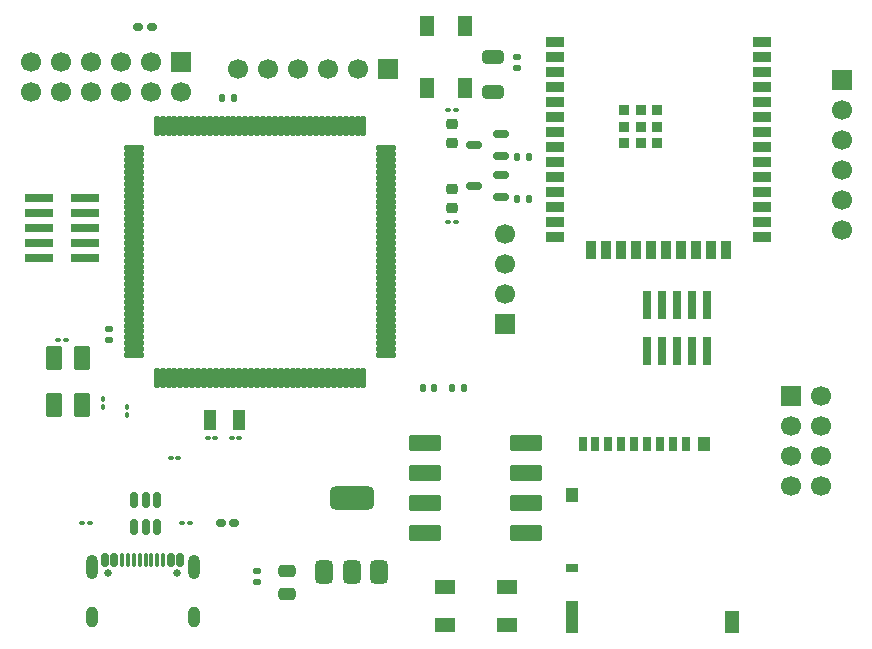
<source format=gbr>
%TF.GenerationSoftware,KiCad,Pcbnew,9.0.3*%
%TF.CreationDate,2025-07-12T13:39:52+12:00*%
%TF.ProjectId,RemiRAT,52656d69-5241-4542-9e6b-696361645f70,rev?*%
%TF.SameCoordinates,Original*%
%TF.FileFunction,Soldermask,Top*%
%TF.FilePolarity,Negative*%
%FSLAX46Y46*%
G04 Gerber Fmt 4.6, Leading zero omitted, Abs format (unit mm)*
G04 Created by KiCad (PCBNEW 9.0.3) date 2025-07-12 13:39:52*
%MOMM*%
%LPD*%
G01*
G04 APERTURE LIST*
G04 Aperture macros list*
%AMRoundRect*
0 Rectangle with rounded corners*
0 $1 Rounding radius*
0 $2 $3 $4 $5 $6 $7 $8 $9 X,Y pos of 4 corners*
0 Add a 4 corners polygon primitive as box body*
4,1,4,$2,$3,$4,$5,$6,$7,$8,$9,$2,$3,0*
0 Add four circle primitives for the rounded corners*
1,1,$1+$1,$2,$3*
1,1,$1+$1,$4,$5*
1,1,$1+$1,$6,$7*
1,1,$1+$1,$8,$9*
0 Add four rect primitives between the rounded corners*
20,1,$1+$1,$2,$3,$4,$5,0*
20,1,$1+$1,$4,$5,$6,$7,0*
20,1,$1+$1,$6,$7,$8,$9,0*
20,1,$1+$1,$8,$9,$2,$3,0*%
G04 Aperture macros list end*
%ADD10C,0.650000*%
%ADD11RoundRect,0.150000X-0.150000X-0.425000X0.150000X-0.425000X0.150000X0.425000X-0.150000X0.425000X0*%
%ADD12RoundRect,0.075000X-0.075000X-0.500000X0.075000X-0.500000X0.075000X0.500000X-0.075000X0.500000X0*%
%ADD13O,1.000000X2.100000*%
%ADD14O,1.000000X1.800000*%
%ADD15RoundRect,0.135000X-0.135000X-0.185000X0.135000X-0.185000X0.135000X0.185000X-0.135000X0.185000X0*%
%ADD16RoundRect,0.100000X0.130000X0.100000X-0.130000X0.100000X-0.130000X-0.100000X0.130000X-0.100000X0*%
%ADD17RoundRect,0.102000X-0.500000X0.775000X-0.500000X-0.775000X0.500000X-0.775000X0.500000X0.775000X0*%
%ADD18RoundRect,0.150000X0.512500X0.150000X-0.512500X0.150000X-0.512500X-0.150000X0.512500X-0.150000X0*%
%ADD19RoundRect,0.100000X-0.130000X-0.100000X0.130000X-0.100000X0.130000X0.100000X-0.130000X0.100000X0*%
%ADD20RoundRect,0.250000X-0.650000X0.325000X-0.650000X-0.325000X0.650000X-0.325000X0.650000X0.325000X0*%
%ADD21RoundRect,0.102000X-0.735000X-0.140000X0.735000X-0.140000X0.735000X0.140000X-0.735000X0.140000X0*%
%ADD22RoundRect,0.102000X-0.140000X-0.735000X0.140000X-0.735000X0.140000X0.735000X-0.140000X0.735000X0*%
%ADD23RoundRect,0.218750X-0.256250X0.218750X-0.256250X-0.218750X0.256250X-0.218750X0.256250X0.218750X0*%
%ADD24R,0.700000X1.200000*%
%ADD25R,1.000000X0.800000*%
%ADD26R,1.000000X1.200000*%
%ADD27R,1.000000X2.800000*%
%ADD28R,1.300000X1.900000*%
%ADD29RoundRect,0.375000X0.375000X-0.625000X0.375000X0.625000X-0.375000X0.625000X-0.375000X-0.625000X0*%
%ADD30RoundRect,0.500000X1.400000X-0.500000X1.400000X0.500000X-1.400000X0.500000X-1.400000X-0.500000X0*%
%ADD31RoundRect,0.140000X0.170000X-0.140000X0.170000X0.140000X-0.170000X0.140000X-0.170000X-0.140000X0*%
%ADD32RoundRect,0.140000X0.140000X0.170000X-0.140000X0.170000X-0.140000X-0.170000X0.140000X-0.170000X0*%
%ADD33RoundRect,0.218750X0.256250X-0.218750X0.256250X0.218750X-0.256250X0.218750X-0.256250X-0.218750X0*%
%ADD34RoundRect,0.102000X-0.600000X-0.900000X0.600000X-0.900000X0.600000X0.900000X-0.600000X0.900000X0*%
%ADD35R,1.700000X1.700000*%
%ADD36C,1.700000*%
%ADD37RoundRect,0.100000X0.100000X-0.130000X0.100000X0.130000X-0.100000X0.130000X-0.100000X-0.130000X0*%
%ADD38RoundRect,0.250000X-0.475000X0.250000X-0.475000X-0.250000X0.475000X-0.250000X0.475000X0.250000X0*%
%ADD39R,0.740000X2.400000*%
%ADD40RoundRect,0.102000X-1.220000X-0.565000X1.220000X-0.565000X1.220000X0.565000X-1.220000X0.565000X0*%
%ADD41R,1.498600X0.889000*%
%ADD42R,0.889000X1.498600*%
%ADD43R,0.889000X0.889000*%
%ADD44RoundRect,0.100000X-0.100000X0.130000X-0.100000X-0.130000X0.100000X-0.130000X0.100000X0.130000X0*%
%ADD45RoundRect,0.140000X-0.170000X0.140000X-0.170000X-0.140000X0.170000X-0.140000X0.170000X0.140000X0*%
%ADD46RoundRect,0.160000X-0.222500X-0.160000X0.222500X-0.160000X0.222500X0.160000X-0.222500X0.160000X0*%
%ADD47R,2.400000X0.740000*%
%ADD48RoundRect,0.102000X-0.775000X-0.500000X0.775000X-0.500000X0.775000X0.500000X-0.775000X0.500000X0*%
%ADD49RoundRect,0.160000X0.222500X0.160000X-0.222500X0.160000X-0.222500X-0.160000X0.222500X-0.160000X0*%
%ADD50RoundRect,0.135000X0.135000X0.185000X-0.135000X0.185000X-0.135000X-0.185000X0.135000X-0.185000X0*%
%ADD51R,1.000000X1.800000*%
%ADD52RoundRect,0.150000X0.150000X-0.512500X0.150000X0.512500X-0.150000X0.512500X-0.150000X-0.512500X0*%
G04 APERTURE END LIST*
D10*
%TO.C,J1*%
X125410000Y-114712500D03*
X131190000Y-114712500D03*
D11*
X125100000Y-113637500D03*
X125900000Y-113637500D03*
D12*
X127050000Y-113637500D03*
X128050000Y-113637500D03*
X128550000Y-113637500D03*
X129550000Y-113637500D03*
D11*
X130700000Y-113637500D03*
X131500000Y-113637500D03*
X131500000Y-113637500D03*
X130700000Y-113637500D03*
D12*
X130050000Y-113637500D03*
X129050000Y-113637500D03*
X127550000Y-113637500D03*
X126550000Y-113637500D03*
D11*
X125900000Y-113637500D03*
X125100000Y-113637500D03*
D13*
X123980000Y-114212500D03*
D14*
X123980000Y-118392500D03*
D13*
X132620000Y-114212500D03*
D14*
X132620000Y-118392500D03*
%TD*%
D15*
%TO.C,R11*%
X159990000Y-79500000D03*
X161010000Y-79500000D03*
%TD*%
D16*
%TO.C,C7*%
X136475000Y-103237500D03*
X135835000Y-103237500D03*
%TD*%
D17*
%TO.C,S3*%
X155600000Y-68375000D03*
X155600000Y-73625000D03*
X152400000Y-68375000D03*
X152400000Y-73625000D03*
%TD*%
D18*
%TO.C,Q2*%
X158637500Y-79400000D03*
X158637500Y-77500000D03*
X156362500Y-78450000D03*
%TD*%
D19*
%TO.C,R4*%
X130680000Y-105000000D03*
X131320000Y-105000000D03*
%TD*%
D15*
%TO.C,R5*%
X154490000Y-99000000D03*
X155510000Y-99000000D03*
%TD*%
D20*
%TO.C,C8*%
X158000000Y-71000000D03*
X158000000Y-73950000D03*
%TD*%
D21*
%TO.C,U1*%
X127580000Y-78750000D03*
X127580000Y-79250000D03*
X127580000Y-79750000D03*
X127580000Y-80250000D03*
X127580000Y-80750000D03*
X127580000Y-81250000D03*
X127580000Y-81750000D03*
X127580000Y-82250000D03*
X127580000Y-82750000D03*
X127580000Y-83250000D03*
X127580000Y-83750000D03*
X127580000Y-84250000D03*
X127580000Y-84750000D03*
X127580000Y-85250000D03*
X127580000Y-85750000D03*
X127580000Y-86250000D03*
X127580000Y-86750000D03*
X127580000Y-87250000D03*
X127580000Y-87750000D03*
X127580000Y-88250000D03*
X127580000Y-88750000D03*
X127580000Y-89250000D03*
X127580000Y-89750000D03*
X127580000Y-90250000D03*
X127580000Y-90750000D03*
X127580000Y-91250000D03*
X127580000Y-91750000D03*
X127580000Y-92250000D03*
X127580000Y-92750000D03*
X127580000Y-93250000D03*
X127580000Y-93750000D03*
X127580000Y-94250000D03*
X127580000Y-94750000D03*
X127580000Y-95250000D03*
X127580000Y-95750000D03*
X127580000Y-96250000D03*
D22*
X129500000Y-98170000D03*
X130000000Y-98170000D03*
X130500000Y-98170000D03*
X131000000Y-98170000D03*
X131500000Y-98170000D03*
X132000000Y-98170000D03*
X132500000Y-98170000D03*
X133000000Y-98170000D03*
X133500000Y-98170000D03*
X134000000Y-98170000D03*
X134500000Y-98170000D03*
X135000000Y-98170000D03*
X135500000Y-98170000D03*
X136000000Y-98170000D03*
X136500000Y-98170000D03*
X137000000Y-98170000D03*
X137500000Y-98170000D03*
X138000000Y-98170000D03*
X138500000Y-98170000D03*
X139000000Y-98170000D03*
X139500000Y-98170000D03*
X140000000Y-98170000D03*
X140500000Y-98170000D03*
X141000000Y-98170000D03*
X141500000Y-98170000D03*
X142000000Y-98170000D03*
X142500000Y-98170000D03*
X143000000Y-98170000D03*
X143500000Y-98170000D03*
X144000000Y-98170000D03*
X144500000Y-98170000D03*
X145000000Y-98170000D03*
X145500000Y-98170000D03*
X146000000Y-98170000D03*
X146500000Y-98170000D03*
X147000000Y-98170000D03*
D21*
X148920000Y-96250000D03*
X148920000Y-95750000D03*
X148920000Y-95250000D03*
X148920000Y-94750000D03*
X148920000Y-94250000D03*
X148920000Y-93750000D03*
X148920000Y-93250000D03*
X148920000Y-92750000D03*
X148920000Y-92250000D03*
X148920000Y-91750000D03*
X148920000Y-91250000D03*
X148920000Y-90750000D03*
X148920000Y-90250000D03*
X148920000Y-89750000D03*
X148920000Y-89250000D03*
X148920000Y-88750000D03*
X148920000Y-88250000D03*
X148920000Y-87750000D03*
X148920000Y-87250000D03*
X148920000Y-86750000D03*
X148920000Y-86250000D03*
X148920000Y-85750000D03*
X148920000Y-85250000D03*
X148920000Y-84750000D03*
X148920000Y-84250000D03*
X148920000Y-83750000D03*
X148920000Y-83250000D03*
X148920000Y-82750000D03*
X148920000Y-82250000D03*
X148920000Y-81750000D03*
X148920000Y-81250000D03*
X148920000Y-80750000D03*
X148920000Y-80250000D03*
X148920000Y-79750000D03*
X148920000Y-79250000D03*
X148920000Y-78750000D03*
D22*
X147000000Y-76830000D03*
X146500000Y-76830000D03*
X146000000Y-76830000D03*
X145500000Y-76830000D03*
X145000000Y-76830000D03*
X144500000Y-76830000D03*
X144000000Y-76830000D03*
X143500000Y-76830000D03*
X143000000Y-76830000D03*
X142500000Y-76830000D03*
X142000000Y-76830000D03*
X141500000Y-76830000D03*
X141000000Y-76830000D03*
X140500000Y-76830000D03*
X140000000Y-76830000D03*
X139500000Y-76830000D03*
X139000000Y-76830000D03*
X138500000Y-76830000D03*
X138000000Y-76830000D03*
X137500000Y-76830000D03*
X137000000Y-76830000D03*
X136500000Y-76830000D03*
X136000000Y-76830000D03*
X135500000Y-76830000D03*
X135000000Y-76830000D03*
X134500000Y-76830000D03*
X134000000Y-76830000D03*
X133500000Y-76830000D03*
X133000000Y-76830000D03*
X132500000Y-76830000D03*
X132000000Y-76830000D03*
X131500000Y-76830000D03*
X131000000Y-76830000D03*
X130500000Y-76830000D03*
X130000000Y-76830000D03*
X129500000Y-76830000D03*
%TD*%
D16*
%TO.C,C5*%
X121790000Y-94970000D03*
X121150000Y-94970000D03*
%TD*%
D23*
%TO.C,LD1*%
X154500000Y-82212500D03*
X154500000Y-83787500D03*
%TD*%
D24*
%TO.C,J4*%
X174275000Y-103775000D03*
X173175000Y-103775000D03*
X172075000Y-103775000D03*
X170975000Y-103775000D03*
X169875000Y-103775000D03*
X168775000Y-103775000D03*
X167675000Y-103775000D03*
X166575000Y-103775000D03*
X165625000Y-103775000D03*
D25*
X164675000Y-114275000D03*
D26*
X164675000Y-108075000D03*
D27*
X164675000Y-118425000D03*
D26*
X175825000Y-103775000D03*
D28*
X178175000Y-118875000D03*
%TD*%
D29*
%TO.C,VR1*%
X143700000Y-114650000D03*
X146000000Y-114650000D03*
X148300000Y-114650000D03*
D30*
X146000000Y-108350000D03*
%TD*%
D31*
%TO.C,C10*%
X125500000Y-94980000D03*
X125500000Y-94020000D03*
%TD*%
D32*
%TO.C,C3*%
X152980000Y-99000000D03*
X152020000Y-99000000D03*
%TD*%
D33*
%TO.C,LD2*%
X154500000Y-78287500D03*
X154500000Y-76712500D03*
%TD*%
D34*
%TO.C,Y1*%
X120800000Y-96500000D03*
X120800000Y-100500000D03*
X123200000Y-100500000D03*
X123200000Y-96500000D03*
%TD*%
D35*
%TO.C,J3*%
X187500000Y-72920000D03*
D36*
X187500000Y-75460000D03*
X187500000Y-78000000D03*
X187500000Y-80540000D03*
X187500000Y-83080000D03*
X187500000Y-85620000D03*
%TD*%
D35*
%TO.C,J9*%
X183225000Y-99690000D03*
D36*
X185765000Y-99690000D03*
X183225000Y-102230000D03*
X185765000Y-102230000D03*
X183225000Y-104770000D03*
X185765000Y-104770000D03*
X183225000Y-107310000D03*
X185765000Y-107310000D03*
%TD*%
D16*
%TO.C,R1*%
X123820000Y-110500000D03*
X123180000Y-110500000D03*
%TD*%
D35*
%TO.C,J7*%
X159000000Y-93580000D03*
D36*
X159000000Y-91040000D03*
X159000000Y-88500000D03*
X159000000Y-85960000D03*
%TD*%
D19*
%TO.C,R2*%
X131680000Y-110500000D03*
X132320000Y-110500000D03*
%TD*%
%TO.C,R10*%
X154180000Y-85000000D03*
X154820000Y-85000000D03*
%TD*%
D37*
%TO.C,R3*%
X127000000Y-101320000D03*
X127000000Y-100680000D03*
%TD*%
D15*
%TO.C,R9*%
X159990000Y-83000000D03*
X161010000Y-83000000D03*
%TD*%
D38*
%TO.C,C2*%
X140500000Y-114550000D03*
X140500000Y-116450000D03*
%TD*%
D39*
%TO.C,J2*%
X171000000Y-95900000D03*
X171000000Y-92000000D03*
X172270000Y-95900000D03*
X172270000Y-92000000D03*
X173540000Y-95900000D03*
X173540000Y-92000000D03*
X174810000Y-95900000D03*
X174810000Y-92000000D03*
X176080000Y-95900000D03*
X176080000Y-92000000D03*
%TD*%
D40*
%TO.C,S2*%
X152200000Y-103690000D03*
X152200000Y-106230000D03*
X152200000Y-108770000D03*
X152200000Y-111310000D03*
X160800000Y-111310000D03*
X160800000Y-108770000D03*
X160800000Y-106230000D03*
X160800000Y-103690000D03*
%TD*%
D41*
%TO.C,U2*%
X163250000Y-69745000D03*
X163250000Y-71015000D03*
X163250000Y-72285000D03*
X163250000Y-73555000D03*
X163250000Y-74825000D03*
X163250000Y-76095000D03*
X163250000Y-77365000D03*
X163250000Y-78635000D03*
X163250000Y-79905000D03*
X163250000Y-81175000D03*
X163250000Y-82445000D03*
X163250000Y-83715000D03*
X163250000Y-84985000D03*
X163250000Y-86255000D03*
D42*
X166285000Y-87350002D03*
X167555000Y-87350002D03*
X168825000Y-87350002D03*
X170095000Y-87350002D03*
X171365000Y-87350002D03*
X172635000Y-87350002D03*
X173905000Y-87350002D03*
X175175000Y-87350002D03*
X176445000Y-87350002D03*
X177715000Y-87350002D03*
D41*
X180750000Y-86255000D03*
X180750000Y-84985000D03*
X180750000Y-83715000D03*
X180750000Y-82445000D03*
X180750000Y-81175000D03*
X180750000Y-79905000D03*
X180750000Y-78635000D03*
X180750000Y-77365000D03*
X180750000Y-76095000D03*
X180750000Y-74825000D03*
X180750000Y-73555000D03*
X180750000Y-72285000D03*
X180750000Y-71015000D03*
X180750000Y-69745000D03*
D43*
X170495700Y-76931200D03*
X169095700Y-75531200D03*
X169095700Y-76931200D03*
X169095700Y-78331200D03*
X170495700Y-78331200D03*
X170495700Y-75531200D03*
X171895700Y-75531200D03*
X171895700Y-76931200D03*
X171895700Y-78331200D03*
%TD*%
D44*
%TO.C,C4*%
X124970000Y-100000000D03*
X124970000Y-100640000D03*
%TD*%
D19*
%TO.C,C6*%
X133835000Y-103237500D03*
X134475000Y-103237500D03*
%TD*%
D35*
%TO.C,J8*%
X131540000Y-71460000D03*
D36*
X131540000Y-74000000D03*
X129000000Y-71460000D03*
X129000000Y-74000000D03*
X126460000Y-71460000D03*
X126460000Y-74000000D03*
X123920000Y-71460000D03*
X123920000Y-74000000D03*
X121380000Y-71460000D03*
X121380000Y-74000000D03*
X118840000Y-71460000D03*
X118840000Y-74000000D03*
%TD*%
D45*
%TO.C,C1*%
X138000000Y-114520000D03*
X138000000Y-115480000D03*
%TD*%
D46*
%TO.C,F1*%
X134927500Y-110500000D03*
X136072500Y-110500000D03*
%TD*%
D47*
%TO.C,J5*%
X119550000Y-82960000D03*
X123450000Y-82960000D03*
X119550000Y-84230000D03*
X123450000Y-84230000D03*
X119550000Y-85500000D03*
X123450000Y-85500000D03*
X119550000Y-86770000D03*
X123450000Y-86770000D03*
X119550000Y-88040000D03*
X123450000Y-88040000D03*
%TD*%
D48*
%TO.C,S1*%
X153875000Y-115900000D03*
X159125000Y-115900000D03*
X153875000Y-119100000D03*
X159125000Y-119100000D03*
%TD*%
D49*
%TO.C,F2*%
X129072500Y-68500000D03*
X127927500Y-68500000D03*
%TD*%
D45*
%TO.C,C9*%
X160000000Y-70995000D03*
X160000000Y-71955000D03*
%TD*%
D50*
%TO.C,R8*%
X136010000Y-74500000D03*
X134990000Y-74500000D03*
%TD*%
D35*
%TO.C,J6*%
X149080000Y-72000000D03*
D36*
X146540000Y-72000000D03*
X144000000Y-72000000D03*
X141460000Y-72000000D03*
X138920000Y-72000000D03*
X136380000Y-72000000D03*
%TD*%
D16*
%TO.C,R12*%
X154820000Y-75500000D03*
X154180000Y-75500000D03*
%TD*%
D51*
%TO.C,Y2*%
X136500000Y-101737500D03*
X134000000Y-101737500D03*
%TD*%
D18*
%TO.C,Q1*%
X158637500Y-82900000D03*
X158637500Y-81000000D03*
X156362500Y-81950000D03*
%TD*%
D52*
%TO.C,U3*%
X127600000Y-110775000D03*
X128550000Y-110775000D03*
X129500000Y-110775000D03*
X129500000Y-108500000D03*
X128550000Y-108500000D03*
X127600000Y-108500000D03*
%TD*%
M02*

</source>
